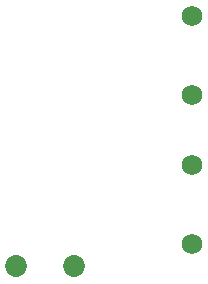
<source format=gbr>
G04 start of page 7 for group -4062 idx -4062 *
G04 Title: (unknown), soldermask *
G04 Creator: pcb 4.2.0 *
G04 CreationDate: Thu Feb 13 16:47:07 2020 UTC *
G04 For: blinken *
G04 Format: Gerber/RS-274X *
G04 PCB-Dimensions (mm): 65.00 56.00 *
G04 PCB-Coordinate-Origin: lower left *
%MOMM*%
%FSLAX43Y43*%
%LNBOTTOMMASK*%
%ADD35C,1.752*%
%ADD34C,1.852*%
G54D34*X7100Y33150D03*
X12000D03*
G54D35*X22050Y47650D03*
Y54300D03*
Y35050D03*
Y41700D03*
M02*

</source>
